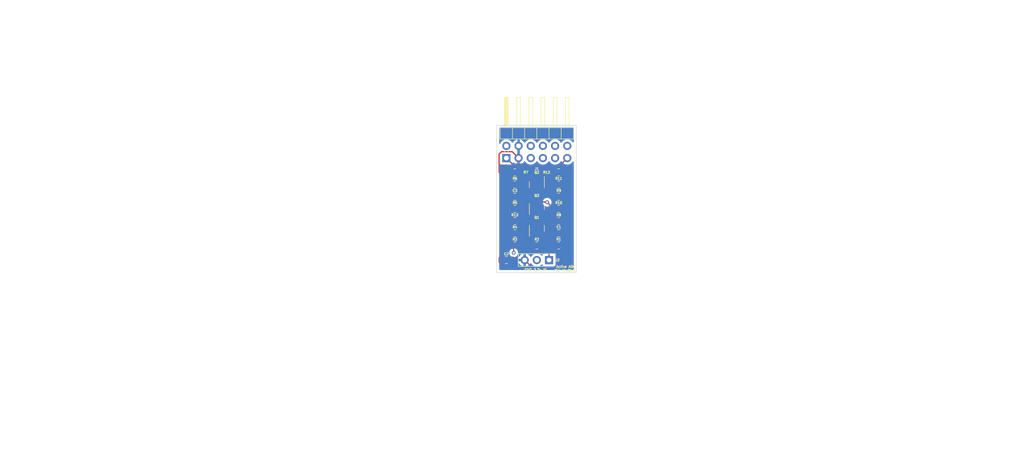
<source format=kicad_pcb>
(kicad_pcb (version 20211014) (generator pcbnew)
  (layers (0 "F.Cu" signal) (1 "In1.Cu" signal) (2 "In2.Cu" signal) (31 "B.Cu" signal) (34 "B.Paste" user) (35 "F.Paste" user) (36 "B.SilkS" user "B.Silkscreen") (37 "F.SilkS" user "F.Silkscreen") (38 "B.Mask" user) (39 "F.Mask" user) (44 "Edge.Cuts" user))
  (net 0 "")
  (net 1 "Net-(C1-Pad1)")
  (net 2 "GND")
  (net 3 "Net-(C2-Pad1)")
  (net 4 "/SIGMA-CHERRY")
  (net 5 "Net-(C3-Pad2)")
  (net 6 "/3.3V")
  (net 9 "/FPGA-REF")
  (net 11 "/FPGA-OUT")
  (net 13 "/FPGA-IN")
  (net 15 "/Sensor-IN")
  (net 16 "Net-(Q1-Pad2)")
  (net 17 "Net-(Q1-Pad3)")
  (net 18 "Net-(Q2-Pad1)")
  (net 19 "Net-(Q2-Pad2)")
  (net 20 "Net-(R2-Pad2)")
  (net 21 "Net-(Q1-Pad1)")
  (footprint "Package_TO_SOT_SMD:SOT-23" (layer "F.Cu") (at 147.828 104.394 -90)
    (fp_text reference "Q2" (at -2.54 0) (layer "F.SilkS") (effects (font (size 0.5 0.5) (thickness 0.125))))
    (fp_text value "BFS17NTA")
    (fp_line (start 0 -1.56) (end -1.675 -1.56) (layer "F.SilkS") (width 0.12))
    (fp_line (start 0 1.56) (end -0.65 1.56) (layer "F.SilkS") (width 0.12))
    (fp_line (start 0 1.56) (end 0.65 1.56) (layer "F.SilkS") (width 0.12))
    (fp_line (start 0 -1.56) (end 0.65 -1.56) (layer "F.SilkS") (width 0.12))
    (pad "1" smd roundrect (at -0.9375 -0.95 270) (size 1.475 0.6) (layers "F.Cu" "F.Paste" "F.Mask") (net 18 "Net-(Q2-Pad1)"))
    (pad "2" smd roundrect (at -0.9375 0.95 270) (size 1.475 0.6) (layers "F.Cu" "F.Paste" "F.Mask") (net 19 "Net-(Q2-Pad2)"))
    (pad "3" smd roundrect (at 0.9375 0 270) (size 1.475 0.6) (layers "F.Cu" "F.Paste" "F.Mask") (net 6 "/3.3V"))
  )
  (footprint "Resistor_SMD:R_0805_2012Metric_Pad1.20x1.40mm_HandSolder" (layer "F.Cu") (at 143.2345 101.854)
    (fp_text reference "R7" (at 2.3075 0) (layer "F.SilkS") (effects (font (size 0.5 0.5) (thickness 0.125))))
    (fp_text value "3.9k")
    (fp_line (start -0.227064 -0.735) (end 0.227064 -0.735) (layer "F.SilkS") (width 0.12))
    (fp_line (start -0.227064 0.735) (end 0.227064 0.735) (layer "F.SilkS") (width 0.12))
    (pad "1" smd roundrect (at -1 0) (size 1.2 1.4) (layers "F.Cu" "F.Paste" "F.Mask") (roundrect_rratio 0.2083333333) (net 19 "Net-(Q2-Pad2)"))
    (pad "2" smd roundrect (at 1 0) (size 1.2 1.4) (layers "F.Cu" "F.Paste" "F.Mask") (roundrect_rratio 0.2083333333) (net 17 "Net-(Q1-Pad3)"))
  )
  (footprint "Resistor_SMD:R_0805_2012Metric_Pad1.20x1.40mm_HandSolder" (layer "F.Cu") (at 152.4 104.394)
    (fp_text reference "R11" (at -0.016 -1.27) (layer "F.SilkS") (effects (font (size 0.5 0.5) (thickness 0.125))))
    (fp_text value "6.8k")
    (fp_line (start -0.227064 0.735) (end 0.227064 0.735) (layer "F.SilkS") (width 0.12))
    (fp_line (start -0.227064 -0.735) (end 0.227064 -0.735) (layer "F.SilkS") (width 0.12))
    (pad "1" smd roundrect (at -1 0) (size 1.2 1.4) (layers "F.Cu" "F.Paste" "F.Mask") (roundrect_rratio 0.2083333333) (net 6 "/3.3V"))
    (pad "2" smd roundrect (at 1 0) (size 1.2 1.4) (layers "F.Cu" "F.Paste" "F.Mask") (roundrect_rratio 0.2083333333) (net 9 "/FPGA-REF"))
  )
  (footprint "Resistor_SMD:R_0805_2012Metric_Pad1.20x1.40mm_HandSolder" (layer "F.Cu") (at 143.256 114.554 180)
    (fp_text reference "R4" (at 0 1.27) (layer "F.SilkS") (effects (font (size 0.5 0.5) (thickness 0.125))))
    (fp_text value "8.2k")
    (fp_line (start -0.227064 0.735) (end 0.227064 0.735) (layer "F.SilkS") (width 0.12))
    (fp_line (start -0.227064 -0.735) (end 0.227064 -0.735) (layer "F.SilkS") (width 0.12))
    (pad "1" smd roundrect (at -1 0 180) (size 1.2 1.4) (layers "F.Cu" "F.Paste" "F.Mask") (roundrect_rratio 0.2083333333) (net 20 "Net-(R2-Pad2)"))
    (pad "2" smd roundrect (at 1 0 180) (size 1.2 1.4) (layers "F.Cu" "F.Paste" "F.Mask") (roundrect_rratio 0.2083333333) (net 3 "Net-(C2-Pad1)"))
  )
  (footprint "Capacitor_SMD:C_0805_2012Metric_Pad1.18x1.45mm_HandSolder" (layer "F.Cu") (at 141.478 120.142)
    (fp_text reference "C2" (at 0 -1.27) (layer "F.SilkS") (effects (font (size 0.5 0.5) (thickness 0.125))))
    (fp_text value "1n")
    (fp_line (start -0.261252 0.735) (end 0.261252 0.735) (layer "F.SilkS") (width 0.12))
    (fp_line (start -0.261252 -0.735) (end 0.261252 -0.735) (layer "F.SilkS") (width 0.12))
    (pad "1" smd roundrect (at -1.0375 0) (size 1.175 1.45) (layers "F.Cu" "F.Paste" "F.Mask") (roundrect_rratio 0.2127659574) (net 3 "Net-(C2-Pad1)"))
    (pad "2" smd roundrect (at 1.0375 0) (size 1.175 1.45) (layers "F.Cu" "F.Paste" "F.Mask") (roundrect_rratio 0.2127659574) (net 2 "GND"))
  )
  (footprint "Resistor_SMD:R_0805_2012Metric_Pad1.20x1.40mm_HandSolder" (layer "F.Cu") (at 152.384 109.474 180)
    (fp_text reference "R10" (at -0.016 1.27) (layer "F.SilkS") (effects (font (size 0.5 0.5) (thickness 0.125))))
    (fp_text value "2.4k")
    (fp_line (start -0.227064 0.735) (end 0.227064 0.735) (layer "F.SilkS") (width 0.12))
    (fp_line (start -0.227064 -0.735) (end 0.227064 -0.735) (layer "F.SilkS") (width 0.12))
    (pad "1" smd roundrect (at -1 0 180) (size 1.2 1.4) (layers "F.Cu" "F.Paste" "F.Mask") (roundrect_rratio 0.2083333333) (net 18 "Net-(Q2-Pad1)"))
    (pad "2" smd roundrect (at 1 0 180) (size 1.2 1.4) (layers "F.Cu" "F.Paste" "F.Mask") (roundrect_rratio 0.2083333333) (net 11 "/FPGA-OUT"))
  )
  (footprint "Resistor_SMD:R_0805_2012Metric_Pad1.20x1.40mm_HandSolder" (layer "F.Cu") (at 152.384 117.094)
    (fp_text reference "R1" (at 0.016 -1.27) (layer "F.SilkS") (effects (font (size 0.5 0.5) (thickness 0.125))))
    (fp_text value "100")
    (fp_line (start -0.227064 0.735) (end 0.227064 0.735) (layer "F.SilkS") (width 0.12))
    (fp_line (start -0.227064 -0.735) (end 0.227064 -0.735) (layer "F.SilkS") (width 0.12))
    (pad "1" smd roundrect (at -1 0) (size 1.2 1.4) (layers "F.Cu" "F.Paste" "F.Mask") (roundrect_rratio 0.2083333333) (net 15 "/Sensor-IN"))
    (pad "2" smd roundrect (at 1 0) (size 1.2 1.4) (layers "F.Cu" "F.Paste" "F.Mask") (roundrect_rratio 0.2083333333) (net 1 "Net-(C1-Pad1)"))
  )
  (footprint "Resistor_SMD:R_0805_2012Metric_Pad1.20x1.40mm_HandSolder" (layer "F.Cu") (at 152.384 112.014)
    (fp_text reference "R8" (at 0.016 -1.27) (layer "F.SilkS") (effects (font (size 0.5 0.5) (thickness 0.125))))
    (fp_text value "1.5k")
    (fp_line (start -0.227064 -0.735) (end 0.227064 -0.735) (layer "F.SilkS") (width 0.12))
    (fp_line (start -0.227064 0.735) (end 0.227064 0.735) (layer "F.SilkS") (width 0.12))
    (pad "1" smd roundrect (at -1 0) (size 1.2 1.4) (layers "F.Cu" "F.Paste" "F.Mask") (roundrect_rratio 0.2083333333) (net 16 "Net-(Q1-Pad2)"))
    (pad "2" smd roundrect (at 1 0) (size 1.2 1.4) (layers "F.Cu" "F.Paste" "F.Mask") (roundrect_rratio 0.2083333333) (net 2 "GND"))
  )
  (footprint "Capacitor_SMD:C_0805_2012Metric_Pad1.18x1.45mm_HandSolder" (layer "F.Cu") (at 143.2345 106.934 180)
    (fp_text reference "C3" (at -0.0215 1.27) (layer "F.SilkS") (effects (font (size 0.5 0.5) (thickness 0.125))))
    (fp_text value "150p")
    (fp_line (start -0.261252 0.735) (end 0.261252 0.735) (layer "F.SilkS") (width 0.12))
    (fp_line (start -0.261252 -0.735) (end 0.261252 -0.735) (layer "F.SilkS") (width 0.12))
    (pad "1" smd roundrect (at -1.0375 0 180) (size 1.175 1.45) (layers "F.Cu" "F.Paste" "F.Mask") (roundrect_rratio 0.2127659574) (net 4 "/SIGMA-CHERRY"))
    (pad "2" smd roundrect (at 1.0375 0 180) (size 1.175 1.45) (layers "F.Cu" "F.Paste" "F.Mask") (roundrect_rratio 0.2127659574) (net 5 "Net-(C3-Pad2)"))
  )
  (footprint "Resistor_SMD:R_0805_2012Metric_Pad1.20x1.40mm_HandSolder" (layer "F.Cu") (at 152.384 106.934 180)
    (fp_text reference "R9" (at -0.016 1.27) (layer "F.SilkS") (effects (font (size 0.5 0.5) (thickness 0.125))))
    (fp_text value "820")
    (fp_line (start -0.227064 0.735) (end 0.227064 0.735) (layer "F.SilkS") (width 0.12))
    (fp_line (start -0.227064 -0.735) (end 0.227064 -0.735) (layer "F.SilkS") (width 0.12))
    (pad "1" smd roundrect (at -1 0 180) (size 1.2 1.4) (layers "F.Cu" "F.Paste" "F.Mask") (roundrect_rratio 0.2083333333) (net 6 "/3.3V"))
    (pad "2" smd roundrect (at 1 0 180) (size 1.2 1.4) (layers "F.Cu" "F.Paste" "F.Mask") (roundrect_rratio 0.2083333333) (net 18 "Net-(Q2-Pad1)"))
  )
  (footprint "Capacitor_SMD:C_0805_2012Metric_Pad1.18x1.45mm_HandSolder" (layer "F.Cu") (at 152.384 114.554)
    (fp_text reference "C1" (at 0.016 -1.27) (layer "F.SilkS") (effects (font (size 0.5 0.5) (thickness 0.125))))
    (fp_text value ".1u")
    (fp_line (start -0.261252 0.735) (end 0.261252 0.735) (layer "F.SilkS") (width 0.12))
    (fp_line (start -0.261252 -0.735) (end 0.261252 -0.735) (layer "F.SilkS") (width 0.12))
    (pad "1" smd roundrect (at -1.0375 0) (size 1.175 1.45) (layers "F.Cu" "F.Paste" "F.Mask") (roundrect_rratio 0.2127659574) (net 1 "Net-(C1-Pad1)"))
    (pad "2" smd roundrect (at 1.0375 0) (size 1.175 1.45) (layers "F.Cu" "F.Paste" "F.Mask") (roundrect_rratio 0.2127659574) (net 2 "GND"))
  )
  (footprint "Resistor_SMD:R_0805_2012Metric_Pad1.20x1.40mm_HandSolder" (layer "F.Cu") (at 143.256 112.014)
    (fp_text reference "R13" (at -0.0215 -1.27) (layer "F.SilkS") (effects (font (size 0.5 0.5) (thickness 0.125))))
    (fp_text value "3k")
    (fp_line (start -0.227064 -0.735) (end 0.227064 -0.735) (layer "F.SilkS") (width 0.12))
    (fp_line (start -0.227064 0.735) (end 0.227064 0.735) (layer "F.SilkS") (width 0.12))
    (pad "1" smd roundrect (at -1 0) (size 1.2 1.4) (layers "F.Cu" "F.Paste" "F.Mask") (roundrect_rratio 0.2083333333) (net 4 "/SIGMA-CHERRY"))
    (pad "2" smd roundrect (at 1 0) (size 1.2 1.4) (layers "F.Cu" "F.Paste" "F.Mask") (roundrect_rratio 0.2083333333) (net 21 "Net-(Q1-Pad1)"))
  )
  (footprint "Resistor_SMD:R_0805_2012Metric_Pad1.20x1.40mm_HandSolder" (layer "F.Cu") (at 143.256 117.094)
    (fp_text reference "R3" (at 0 -1.27) (layer "F.SilkS") (effects (font (size 0.5 0.5) (thickness 0.125))))
    (fp_text value "5.1k")
    (fp_line (start -0.227064 0.735) (end 0.227064 0.735) (layer "F.SilkS") (width 0.12))
    (fp_line (start -0.227064 -0.735) (end 0.227064 -0.735) (layer "F.SilkS") (width 0.12))
    (pad "1" smd roundrect (at -1 0) (size 1.2 1.4) (layers "F.Cu" "F.Paste" "F.Mask") (roundrect_rratio 0.2083333333) (net 13 "/FPGA-IN"))
    (pad "2" smd roundrect (at 1 0) (size 1.2 1.4) (layers "F.Cu" "F.Paste" "F.Mask") (roundrect_rratio 0.2083333333) (net 20 "Net-(R2-Pad2)"))
  )
  (footprint "Connector_PinHeader_2.54mm:PinHeader_2x06_P2.54mm_Horizontal" (layer "F.Cu") (at 141.478 98.868 90)
    (fp_text reference "J1" (at -2.224 6.35 180) (layer "F.SilkS") (effects (font (size 0.5 0.5) (thickness 0.125))))
    (fp_text value "FPGA Terminal")
    (fp_line (start 12.64 8) (end 6.64 8) (layer "F.SilkS") (width 0.12))
    (fp_line (start 6.64 9.78) (end 12.64 9.78) (layer "F.SilkS") (width 0.12))
    (fp_line (start 1.042929 2.16) (end 1.497071 2.16) (layer "F.SilkS") (width 0.12))
    (fp_line (start 6.64 -0.2) (end 12.64 -0.2) (layer "F.SilkS") (width 0.12))
    (fp_line (start 6.64 14.03) (end 6.64 -1.33) (layer "F.SilkS") (width 0.12))
    (fp_line (start 3.98 -1.33) (end 3.98 14.03) (layer "F.SilkS") (width 0.12))
    (fp_line (start 3.582929 10.54) (end 3.98 10.54) (layer "F.SilkS") (width 0.12))
    (fp_line (start 1.042929 12.32) (end 1.497071 12.32) (layer "F.SilkS") (width 0.12))
    (fp_line (start 12.64 0.38) (end 6.64 0.38) (layer "F.SilkS") (width 0.12))
    (fp_line (start 1.11 -0.38) (end 1.497071 -0.38) (layer "F.SilkS") (width 0.12))
    (fp_line (start 6.64 -0.38) (end 12.64 -0.38) (layer "F.SilkS") (width 0.12))
    (fp_line (start 3.582929 8) (end 3.98 8) (layer "F.SilkS") (width 0.12))
    (fp_line (start 3.98 11.43) (end 6.64 11.43) (layer "F.SilkS") (width 0.12))
    (fp_line (start 3.582929 2.16) (end 3.98 2.16) (layer "F.SilkS") (width 0.12))
    (fp_line (start 3.98 3.81) (end 6.64 3.81) (layer "F.SilkS") (width 0.12))
    (fp_line (start 12.64 9.78) (end 12.64 10.54) (layer "F.SilkS") (width 0.12))
    (fp_line (start 3.582929 4.7) (end 3.98 4.7) (layer "F.SilkS") (width 0.12))
    (fp_line (start 3.98 1.27) (end 6.64 1.27) (layer "F.SilkS") (width 0.12))
    (fp_line (start 12.64 13.08) (end 6.64 13.08) (layer "F.SilkS") (width 0.12))
    (fp_line (start 6.64 4.7) (end 12.64 4.7) (layer "F.SilkS") (width 0.12))
    (fp_line (start 1.042929 10.54) (end 1.497071 10.54) (layer "F.SilkS") (width 0.12))
    (fp_line (start 1.11 0.38) (end 1.497071 0.38) (layer "F.SilkS") (width 0.12))
    (fp_line (start 3.582929 5.46) (end 3.98 5.46) (layer "F.SilkS") (width 0.12))
    (fp_line (start 6.64 0.16) (end 12.64 0.16) (layer "F.SilkS") (width 0.12))
    (fp_line (start 3.98 8.89) (end 6.64 8.89) (layer "F.SilkS") (width 0.12))
    (fp_line (start 3.582929 7.24) (end 3.98 7.24) (layer "F.SilkS") (width 0.12))
    (fp_line (start 12.64 -0.38) (end 12.64 0.38) (layer "F.SilkS") (width 0.12))
    (fp_line (start 3.582929 -0.38) (end 3.98 -0.38) (layer "F.SilkS") (width 0.12))
    (fp_line (start -1.27 -1.27) (end 0 -1.27) (layer "F.SilkS") (width 0.12))
    (fp_line (start 3.582929 13.08) (end 3.98 13.08) (layer "F.SilkS") (width 0.12))
    (fp_line (start 3.582929 9.78) (end 3.98 9.78) (layer "F.SilkS") (width 0.12))
    (fp_line (start 3.582929 0.38) (end 3.98 0.38) (layer "F.SilkS") (width 0.12))
    (fp_line (start 12.64 2.92) (end 6.64 2.92) (layer "F.SilkS") (width 0.12))
    (fp_line (start 6.64 -1.33) (end 3.98 -1.33) (layer "F.SilkS") (width 0.12))
    (fp_line (start 3.98 14.03) (end 6.64 14.03) (layer "F.SilkS") (width 0.12))
    (fp_line (start 12.64 4.7) (end 12.64 5.46) (layer "F.SilkS") (width 0.12))
    (fp_line (start 6.64 2.16) (end 12.64 2.16) (layer "F.SilkS") (width 0.12))
    (fp_line (start -1.27 0) (end -1.27 -1.27) (layer "F.SilkS") (width 0.12))
    (fp_line (start 6.64 -0.32) (end 12.64 -0.32) (layer "F.SilkS") (width 0.12))
    (fp_line (start 6.64 0.28) (end 12.64 0.28) (layer "F.SilkS") (width 0.12))
    (fp_line (start 1.042929 13.08) (end 1.497071 13.08) (layer "F.SilkS") (width 0.12))
    (fp_line (start 6.64 12.32) (end 12.64 12.32) (layer "F.SilkS") (width 0.12))
    (fp_line (start 1.042929 7.24) (end 1.497071 7.24) (layer "F.SilkS") (width 0.12))
    (fp_line (start 12.64 10.54) (end 6.64 10.54) (layer "F.SilkS") (width 0.12))
    (fp_line (start 12.64 2.16) (end 12.64 2.92) (layer "F.SilkS") (width 0.12))
    (fp_line (start 6.64 0.04) (end 12.64 0.04) (layer "F.SilkS") (width 0.12))
    (fp_line (start 6.64 -0.08) (end 12.64 -0.08) (layer "F.SilkS") (width 0.12))
    (fp_line (start 1.042929 2.92) (end 1.497071 2.92) (layer "F.SilkS") (width 0.12))
    (fp_line (start 3.582929 12.32) (end 3.98 12.32) (layer "F.SilkS") (width 0.12))
    (fp_line (start 12.64 5.46) (end 6.64 5.46) (layer "F.SilkS") (width 0.12))
    (fp_line (start 1.042929 9.78) (end 1.497071 9.78) (layer "F.SilkS") (width 0.12))
    (fp_line (start 12.64 7.24) (end 12.64 8) (layer "F.SilkS") (width 0.12))
    (fp_line (start 1.042929 5.46) (end 1.497071 5.46) (layer "F.SilkS") (width 0.12))
    (fp_line (start 3.98 6.35) (end 6.64 6.35) (layer "F.SilkS") (width 0.12))
    (fp_line (start 1.042929 8) (end 1.497071 8) (layer "F.SilkS") (width 0.12))
    (fp_line (start 12.64 12.32) (end 12.64 13.08) (layer "F.SilkS") (width 0.12))
    (fp_line (start 6.64 7.24) (end 12.64 7.24) (layer "F.SilkS") (width 0.12))
    (fp_line (start 3.582929 2.92) (end 3.98 2.92) (layer "F.SilkS") (width 0.12))
    (fp_line (start 1.042929 4.7) (end 1.497071 4.7) (layer "F.SilkS") (width 0.12))
    (pad "1" thru_hole rect (at 0 0 90) (size 1.7 1.7) (drill 1) (layers *.Cu *.Mask) (net 6 "/3.3V"))
    (pad "2" thru_hole oval (at 2.54 0 90) (size 1.7 1.7) (drill 1) (layers *.Cu *.Mask) (net 6 "/3.3V"))
    (pad "3" thru_hole oval (at 0 2.54 90) (size 1.7 1.7) (drill 1) (layers *.Cu *.Mask) (net 2 "GND"))
    (pad "4" thru_hole oval (at 2.54 2.54 90) (size 1.7 1.7) (drill 1) (layers *.Cu *.Mask) (net 2 "GND"))
    (pad "5" thru_hole oval (at 0 5.08 90) (size 1.7 1.7) (drill 1) (layers *.Cu *.Mask))
    (pad "6" thru_hole oval (at 2.54 5.08 90) (size 1.7 1.7) (drill 1) (layers *.Cu *.Mask))
    (pad "7" thru_hole oval (at 0 7.62 90) (size 1.7 1.7) (drill 1) (layers *.Cu *.Mask) (net 11 "/FPGA-OUT"))
    (pad "8" thru_hole oval (at 2.54 7.62 90) (size 1.7 1.7) (drill 1) (layers *.Cu *.Mask))
    (pad "9" thru_hole oval (at 0 10.16 90) (size 1.7 1.7) (drill 1) (layers *.Cu *.Mask) (net 13 "/FPGA-IN"))
    (pad "10" thru_hole oval (at 2.54 10.16 90) (size 1.7 1.7) (drill 1) (layers *.Cu *.Mask))
    (pad "11" thru_hole oval (at 0 12.7 90) (size 1.7 1.7) (drill 1) (layers *.Cu *.Mask) (net 9 "/FPGA-REF"))
    (pad "12" thru_hole oval (at 2.54 12.7 90) (size 1.7 1.7) (drill 1) (layers *.Cu *.Mask))
  )
  (footprint "Resistor_SMD:R_0805_2012Metric_Pad1.20x1.40mm_HandSolder" (layer "F.Cu") (at 147.828 117.094 180)
    (fp_text reference "R2" (at 0 1.27) (layer "F.SilkS") (effects (font (size 0.5 0.5) (thickness 0.125))))
    (fp_text value "10k")
    (fp_line (start -0.227064 -0.735) (end 0.227064 -0.735) (layer "F.SilkS") (width 0.12))
    (fp_line (start -0.227064 0.735) (end 0.227064 0.735) (layer "F.SilkS") (width 0.12))
    (pad "1" smd roundrect (at -1 0 180) (size 1.2 1.4) (layers "F.Cu" "F.Paste" "F.Mask") (roundrect_rratio 0.2083333333) (net 1 "Net-(C1-Pad1)"))
    (pad "2" smd roundrect (at 1 0 180) (size 1.2 1.4) (layers "F.Cu" "F.Paste" "F.Mask") (roundrect_rratio 0.2083333333) (net 20 "Net-(R2-Pad2)"))
  )
  (footprint "Resistor_SMD:R_0805_2012Metric_Pad1.20x1.40mm_HandSolder" (layer "F.Cu") (at 152.384 101.854)
    (fp_text reference "R12" (at -2.524 0) (layer "F.SilkS") (effects (font (size 0.5 0.5) (thickness 0.125))))
    (fp_text value "3.3k")
    (fp_line (start -0.227064 0.735) (end 0.227064 0.735) (layer "F.SilkS") (width 0.12))
    (fp_line (start -0.227064 -0.735) (end 0.227064 -0.735) (layer "F.SilkS") (width 0.12))
    (pad "1" smd roundrect (at -1 0) (size 1.2 1.4) (layers "F.Cu" "F.Paste" "F.Mask") (roundrect_rratio 0.2083333333) (net 9 "/FPGA-REF"))
    (pad "2" smd roundrect (at 1 0) (size 1.2 1.4) (layers "F.Cu" "F.Paste" "F.Mask") (roundrect_rratio 0.2083333333) (net 2 "GND"))
  )
  (footprint "Resistor_SMD:R_0805_2012Metric_Pad1.20x1.40mm_HandSolder" (layer "F.Cu") (at 143.2345 109.474)
    (fp_text reference "R5" (at 0.0215 -1.27) (layer "F.SilkS") (effects (font (size 0.5 0.5) (thickness 0.125))))
    (fp_text value "3.3k")
    (fp_line (start -0.227064 0.735) (end 0.227064 0.735) (layer "F.SilkS") (width 0.12))
    (fp_line (start -0.227064 -0.735) (end 0.227064 -0.735) (layer "F.SilkS") (width 0.12))
    (pad "1" smd roundrect (at -1 0) (size 1.2 1.4) (layers "F.Cu" "F.Paste" "F.Mask") (roundrect_rratio 0.2083333333) (net 3 "Net-(C2-Pad1)"))
    (pad "2" smd roundrect (at 1 0) (size 1.2 1.4) (layers "F.Cu" "F.Paste" "F.Mask") (roundrect_rratio 0.2083333333) (net 4 "/SIGMA-CHERRY"))
  )
  (footprint "Package_TO_SOT_SMD:SOT-23" (layer "F.Cu") (at 147.828 108.966 90)
    (fp_text reference "Q3" (at 2.286 0 180) (layer "F.SilkS") (effects (font (size 0.5 0.5) (thickness 0.125))))
    (fp_text value "BFS17NTA")
    (fp_line (start 0 -1.56) (end 0.65 -1.56) (layer "F.SilkS") (width 0.12))
    (fp_line (start 0 1.56) (end 0.65 1.56) (layer "F.SilkS") (width 0.12))
    (fp_line (start 0 -1.56) (end -1.675 -1.56) (layer "F.SilkS") (width 0.12))
    (fp_line (start 0 1.56) (end -0.65 1.56) (layer "F.SilkS") (width 0.12))
    (pad "1" smd roundrect (at -0.9375 -0.95 90) (size 1.475 0.6) (layers "F.Cu" "F.Paste" "F.Mask") (net 17 "Net-(Q1-Pad3)"))
    (pad "2" smd roundrect (at -0.9375 0.95 90) (size 1.475 0.6) (layers "F.Cu" "F.Paste" "F.Mask") (net 2 "GND"))
    (pad "3" smd roundrect (at 0.9375 0 90) (size 1.475 0.6) (layers "F.Cu" "F.Paste" "F.Mask") (net 11 "/FPGA-OUT"))
  )
  (footprint "Resistor_SMD:R_0805_2012Metric_Pad1.20x1.40mm_HandSolder" (layer "F.Cu") (at 143.2345 104.394 180)
    (fp_text reference "R6" (at -0.0215 1.27) (layer "F.SilkS") (effects (font (size 0.5 0.5) (thickness 0.125))))
    (fp_text value "523")
    (fp_line (start -0.227064 0.735) (end 0.227064 0.735) (layer "F.SilkS") (width 0.12))
    (fp_line (start -0.227064 -0.735) (end 0.227064 -0.735) (layer "F.SilkS") (width 0.12))
    (pad "1" smd roundrect (at -1 0 180) (size 1.2 1.4) (layers "F.Cu" "F.Paste" "F.Mask") (roundrect_rratio 0.2083333333) (net 2 "GND"))
    (pad "2" smd roundrect (at 1 0 180) (size 1.2 1.4) (layers "F.Cu" "F.Paste" "F.Mask") (roundrect_rratio 0.2083333333) (net 5 "Net-(C3-Pad2)"))
  )
  (footprint "Package_TO_SOT_SMD:SOT-23" (layer "F.Cu") (at 147.828 113.538 90)
    (fp_text reference "Q1" (at 2.286 0 180) (layer "F.SilkS") (effects (font (size 0.5 0.5) (thickness 0.125))))
    (fp_text value "BFS17NTA")
    (fp_line (start 0 -1.56) (end 0.65 -1.56) (layer "F.SilkS") (width 0.12))
    (fp_line (start 0 1.56) (end 0.65 1.56) (layer "F.SilkS") (width 0.12))
    (fp_line (start 0 -1.56) (end -1.675 -1.56) (layer "F.SilkS") (width 0.12))
    (fp_line (start 0 1.56) (end -0.65 1.56) (layer "F.SilkS") (width 0.12))
    (pad "1" smd roundrect (at -0.9375 -0.95 90) (size 1.475 0.6) (layers "F.Cu" "F.Paste" "F.Mask") (net 21 "Net-(Q1-Pad1)"))
    (pad "2" smd roundrect (at -0.9375 0.95 90) (size 1.475 0.6) (layers "F.Cu" "F.Paste" "F.Mask") (net 16 "Net-(Q1-Pad2)"))
    (pad "3" smd roundrect (at 0.9375 0 90) (size 1.475 0.6) (layers "F.Cu" "F.Paste" "F.Mask") (net 17 "Net-(Q1-Pad3)"))
  )
  (footprint "Connector_PinHeader_2.54mm:PinHeader_1x03_P2.54mm_Vertical" (layer "F.Cu") (at 150.368 120.142 -90)
    (fp_text reference "J2" (at 0 -1.778 180) (layer "F.SilkS") (effects (font (size 0.5 0.5) (thickness 0.125))))
    (fp_text value "ADC Terminal")
    (fp_line (start 1.33 1.27) (end 1.33 6.41) (layer "F.SilkS") (width 0.12))
    (fp_line (start -1.33 0) (end -1.33 -1.33) (layer "F.SilkS") (width 0.12))
    (fp_line (start -1.33 1.27) (end -1.33 6.41) (layer "F.SilkS") (width 0.12))
    (fp_line (start -1.33 1.27) (end 1.33 1.27) (layer "F.SilkS") (width 0.12))
    (fp_line (start -1.33 -1.33) (end 0 -1.33) (layer "F.SilkS") (width 0.12))
    (fp_line (start -1.33 6.41) (end 1.33 6.41) (layer "F.SilkS") (width 0.12))
    (pad "1" thru_hole rect (at 0 0 270) (size 1.7 1.7) (drill 1) (layers *.Cu *.Mask) (net 15 "/Sensor-IN"))
    (pad "2" thru_hole oval (at 0 2.54 270) (size 1.7 1.7) (drill 1) (layers *.Cu *.Mask) (net 6 "/3.3V"))
    (pad "3" thru_hole oval (at 0 5.08 270) (size 1.7 1.7) (drill 1) (layers *.Cu *.Mask) (net 2 "GND"))
  )
  (gr_rect (start 139.468 92.012) (end 156.042 122.73) (layer "Edge.Cuts") (width 0.1) (fill none))
  (gr_text "GND 3.3v IN" (at 147.574 122.174) (layer "F.SilkS") (effects (font (size 0.5 0.5) (thickness 0.125))))
  (gr_text "Active ADC\nISU Mr.Ohm\n" (at 155.956 121.92) (layer "F.SilkS") (effects (font (size 0.5 0.5) (thickness 0.125)) (justify right)))
  (segment (start 148.828 117.0725) (end 151.3465 114.554) (width 0.25) (layer "F.Cu") (net 1))
  (segment (start 153.384 117.094) (end 153.384 116.5915) (width 0.25) (layer "F.Cu") (net 1))
  (segment (start 148.828 117.094) (end 148.828 117.0725) (width 0.25) (layer "F.Cu") (net 1))
  (segment (start 153.384 116.5915) (end 151.3465 114.554) (width 0.25) (layer "F.Cu") (net 1))
  (segment (start 142.9645 103.124) (end 141.224 103.124) (width 0.25) (layer "F.Cu") (net 2))
  (segment (start 140.462 97.536) (end 142.686 97.536) (width 0.25) (layer "F.Cu") (net 2))
  (segment (start 144.2345 104.394) (end 142.9645 103.124) (width 0.25) (layer "F.Cu") (net 2))
  (segment (start 142.5155 120.142) (end 145.288 120.142) (width 0.25) (layer "F.Cu") (net 2))
  (segment (start 149.6185 110.744) (end 148.778 109.9035) (width 0.25) (layer "F.Cu") (net 2))
  (segment (start 139.954 98.044) (end 140.462 97.536) (width 0.25) (layer "F.Cu") (net 2))
  (segment (start 152.114 110.744) (end 149.6185 110.744) (width 0.25) (layer "F.Cu") (net 2))
  (segment (start 141.224 103.124) (end 139.954 101.854) (width 0.25) (layer "F.Cu") (net 2))
  (segment (start 142.686 97.536) (end 144.018 98.868) (width 0.25) (layer "F.Cu") (net 2))
  (segment (start 154.432 102.902) (end 154.432 110.966) (width 0.25) (layer "F.Cu") (net 2))
  (segment (start 153.4215 114.554) (end 154.432 115.5645) (width 0.25) (layer "F.Cu") (net 2))
  (segment (start 154.432 110.966) (end 153.384 112.014) (width 0.25) (layer "F.Cu") (net 2))
  (segment (start 153.384 112.014) (end 152.114 110.744) (width 0.25) (layer "F.Cu") (net 2))
  (segment (start 154.432 115.5645) (end 154.432 119.634) (width 0.25) (layer "F.Cu") (net 2))
  (segment (start 139.954 101.854) (end 139.954 98.044) (width 0.25) (layer "F.Cu") (net 2))
  (segment (start 153.384 101.854) (end 154.432 102.902) (width 0.25) (layer "F.Cu") (net 2))
  (segment (start 146.812 121.666) (end 145.288 120.142) (width 0.25) (layer "F.Cu") (net 2))
  (segment (start 154.432 119.634) (end 152.4 121.666) (width 0.25) (layer "F.Cu") (net 2))
  (segment (start 153.4215 112.0515) (end 153.384 112.014) (width 0.25) (layer "F.Cu") (net 2))
  (segment (start 152.4 121.666) (end 146.812 121.666) (width 0.25) (layer "F.Cu") (net 2))
  (segment (start 153.4215 114.554) (end 153.4215 112.0515) (width 0.25) (layer "F.Cu") (net 2))
  (segment (start 140.4405 116.3535) (end 140.4405 120.142) (width 0.25) (layer "F.Cu") (net 3))
  (segment (start 140.97 110.7385) (end 140.97 113.268) (width 0.25) (layer "F.Cu") (net 3))
  (segment (start 142.256 114.554) (end 142.24 114.554) (width 0.25) (layer "F.Cu") (net 3))
  (segment (start 142.2345 109.474) (end 140.97 110.7385) (width 0.25) (layer "F.Cu") (net 3))
  (segment (start 140.97 113.268) (end 142.256 114.554) (width 0.25) (layer "F.Cu") (net 3))
  (segment (start 142.24 114.554) (end 140.4405 116.3535) (width 0.25) (layer "F.Cu") (net 3))
  (segment (start 144.2345 109.474) (end 144.2345 110.0355) (width 0.25) (layer "F.Cu") (net 4))
  (segment (start 144.2345 109.474) (end 144.2345 106.9715) (width 0.25) (layer "F.Cu") (net 4))
  (segment (start 144.2345 110.0355) (end 142.256 112.014) (width 0.25) (layer "F.Cu") (net 4))
  (segment (start 144.2345 106.9715) (end 144.272 106.934) (width 0.25) (layer "F.Cu") (net 4))
  (segment (start 142.197 106.934) (end 142.197 104.4315) (width 0.25) (layer "F.Cu") (net 5))
  (segment (start 142.197 104.4315) (end 142.2345 104.394) (width 0.25) (layer "F.Cu") (net 5))
  (segment (start 145.474396 100.134) (end 147.828 102.487604) (width 0.25) (layer "F.Cu") (net 6))
  (segment (start 153.384 106.934) (end 153.384 106.378) (width 0.25) (layer "F.Cu") (net 6))
  (segment (start 147.828 102.487604) (end 147.828 105.3315) (width 0.25) (layer "F.Cu") (net 6))
  (segment (start 151.4 104.394) (end 149.114 102.108) (width 0.25) (layer "F.Cu") (net 6))
  (segment (start 142.744 100.134) (end 145.474396 100.134) (width 0.25) (layer "F.Cu") (net 6))
  (segment (start 141.478 98.868) (end 142.744 100.134) (width 0.25) (layer "F.Cu") (net 6))
  (segment (start 149.114 102.108) (end 147.448396 102.108) (width 0.25) (layer "F.Cu") (net 6))
  (segment (start 153.384 106.378) (end 151.4 104.394) (width 0.25) (layer "F.Cu") (net 6))
  (segment (start 147.448396 102.108) (end 145.474396 100.134) (width 0.25) (layer "F.Cu") (net 6))
  (segment (start 151.384 101.854) (end 151.384 101.662) (width 0.25) (layer "F.Cu") (net 9))
  (segment (start 151.384 101.662) (end 154.178 98.868) (width 0.25) (layer "F.Cu") (net 9))
  (segment (start 153.4 104.394) (end 153.4 103.87) (width 0.25) (layer "F.Cu") (net 9))
  (segment (start 153.4 103.87) (end 151.384 101.854) (width 0.25) (layer "F.Cu") (net 9))
  (segment (start 149.9385 108.0285) (end 147.828 108.0285) (width 0.25) (layer "F.Cu") (net 11))
  (segment (start 151.384 109.474) (end 149.987 108.077) (width 0.25) (layer "F.Cu") (net 11))
  (segment (start 149.987 108.077) (end 149.9385 108.0285) (width 0.25) (layer "F.Cu") (net 11))
  (via (at 149.987 108.077) (size 0.8) (drill 0.4) (layers "F.Cu" "B.Cu") (net 11))
  (segment (start 143.002 118.618) (end 143.002 117.84) (width 0.25) (layer "F.Cu") (net 13))
  (segment (start 143.002 117.84) (end 142.256 117.094) (width 0.25) (layer "F.Cu") (net 13))
  (via (at 143.002 118.618) (size 0.8) (drill 0.4) (layers "F.Cu" "B.Cu") (net 13))
  (segment (start 151.384 117.094) (end 150.368 118.11) (width 0.25) (layer "F.Cu") (net 15))
  (segment (start 150.368 118.11) (end 150.368 120.142) (width 0.25) (layer "F.Cu") (net 15))
  (segment (start 151.384 112.014) (end 148.9225 114.4755) (width 0.25) (layer "F.Cu") (net 16))
  (segment (start 148.9225 114.4755) (end 148.778 114.4755) (width 0.25) (layer "F.Cu") (net 16))
  (segment (start 148.8565 114.554) (end 148.778 114.4755) (width 0.25) (layer "F.Cu") (net 16))
  (segment (start 146.4795 109.9035) (end 146.878 109.9035) (width 0.25) (layer "F.Cu") (net 17))
  (segment (start 144.2345 101.854) (end 145.288 102.9075) (width 0.25) (layer "F.Cu") (net 17))
  (segment (start 145.288 102.9075) (end 145.288 108.712) (width 0.25) (layer "F.Cu") (net 17))
  (segment (start 146.878 111.6505) (end 146.878 109.9035) (width 0.25) (layer "F.Cu") (net 17))
  (segment (start 147.828 112.6005) (end 146.878 111.6505) (width 0.25) (layer "F.Cu") (net 17))
  (segment (start 145.288 108.712) (end 146.4795 109.9035) (width 0.25) (layer "F.Cu") (net 17))
  (segment (start 153.384 108.934) (end 151.384 106.934) (width 0.25) (layer "F.Cu") (net 18))
  (segment (start 148.778 105.344) (end 148.778 103.4565) (width 0.25) (layer "F.Cu") (net 18))
  (segment (start 153.384 109.474) (end 153.384 108.934) (width 0.25) (layer "F.Cu") (net 18))
  (segment (start 150.368 106.934) (end 148.778 105.344) (width 0.25) (layer "F.Cu") (net 18))
  (segment (start 151.384 106.934) (end 150.368 106.934) (width 0.25) (layer "F.Cu") (net 18))
  (segment (start 145.288 100.584) (end 143.5045 100.584) (width 0.25) (layer "F.Cu") (net 19))
  (segment (start 143.5045 100.584) (end 142.2345 101.854) (width 0.25) (layer "F.Cu") (net 19))
  (segment (start 146.878 102.174) (end 145.288 100.584) (width 0.25) (layer "F.Cu") (net 19))
  (segment (start 146.878 103.4565) (end 146.878 102.174) (width 0.25) (layer "F.Cu") (net 19))
  (segment (start 144.256 117.094) (end 144.256 114.554) (width 0.25) (layer "F.Cu") (net 20))
  (segment (start 146.828 117.094) (end 144.256 117.094) (width 0.25) (layer "F.Cu") (net 20))
  (segment (start 146.878 114.4755) (end 146.7175 114.4755) (width 0.25) (layer "F.Cu") (net 21))
  (segment (start 146.7175 114.4755) (end 144.256 112.014) (width 0.25) (layer "F.Cu") (net 21))
  (zone (net 2) (net_name "GND") (layer "B.Cu") (connect_pads (clearance 0.508)) (min_thickness 0.254) (fill yes (thermal_gap 0.508) (thermal_bridge_width 0.508))
    (polygon (pts (xy 176.651155 132.685733) (xy 104.901155 132.695733) (xy 104.893632 65.901316) (xy 176.633632 65.901316)))
  )
)
</source>
